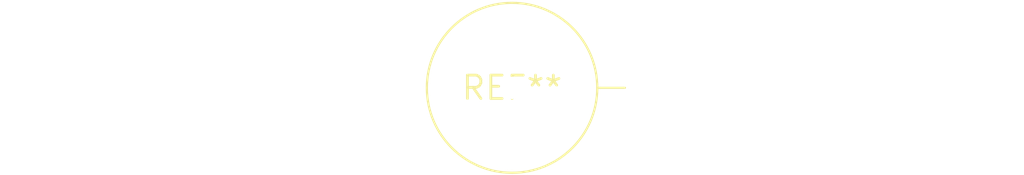
<source format=kicad_pcb>
(kicad_pcb (version 20240108) (generator pcbnew)
  (layers (0 "F.Cu" signal) (31 "B.Cu" signal) (34 "B.Paste" user) (35 "F.Paste" user) (36 "B.SilkS" user "B.Silkscreen") (37 "F.SilkS" user "F.Silkscreen") (38 "B.Mask" user) (39 "F.Mask" user) (44 "Edge.Cuts" user))
  (net 0 "")
  (footprint "L_Axial_L26.0mm_D9.0mm_P7.62mm_Vertical_Fastron_77A" (layer "F.Cu") (at 0 0)
    (property "Reference" "REF**")
    (property "Value" "L_Axial_L26.0mm_D9.0mm_P7.62mm_Vertical_Fastron_77A")
    (fp_line (start 4.62 0) (end 6.12 0) (layer "F.SilkS") (stroke (width 0.12)))
    (fp_circle (center 0 0) (end 4.62 0) (layer "F.SilkS") (stroke (width 0.12)) (fill none))
    (pad "1" thru_hole circle (at 0 0) (size 2.4 2.4) (drill 1.2) (layers *.Cu *.Mask) (remove_unused_layers))
    (pad "2" thru_hole oval (at 7.62 0) (size 2.4 2.4) (drill 1.2) (layers *.Cu *.Mask) (remove_unused_layers))
  )
)
</source>
